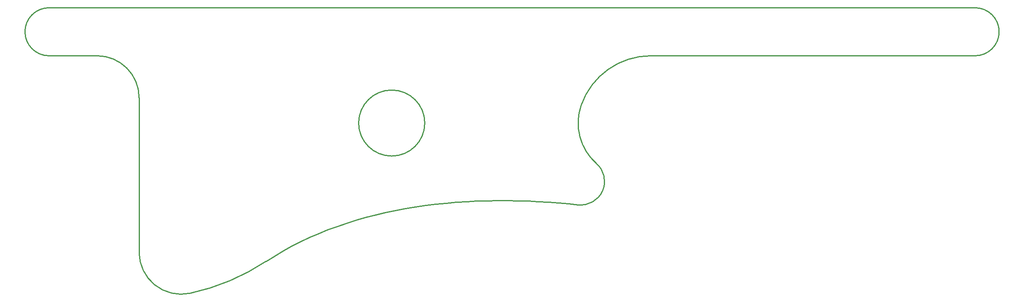
<source format=gbr>
%TF.GenerationSoftware,KiCad,Pcbnew,8.0.5*%
%TF.CreationDate,2025-02-04T15:21:29-08:00*%
%TF.ProjectId,MM36-Dash,4d4d3336-2d44-4617-9368-2e6b69636164,rev?*%
%TF.SameCoordinates,Original*%
%TF.FileFunction,Profile,NP*%
%FSLAX46Y46*%
G04 Gerber Fmt 4.6, Leading zero omitted, Abs format (unit mm)*
G04 Created by KiCad (PCBNEW 8.0.5) date 2025-02-04 15:21:29*
%MOMM*%
%LPD*%
G01*
G04 APERTURE LIST*
%TA.AperFunction,Profile*%
%ADD10C,0.250000*%
%TD*%
%ADD11C,0.250000*%
G04 APERTURE END LIST*
D10*
X235703976Y-128523576D02*
X304133696Y-128523576D01*
X220941864Y-139026582D02*
G75*
G02*
X235703976Y-128523628I14747436J-5102118D01*
G01*
X224197694Y-151348599D02*
G75*
G02*
X220941887Y-139026590I7546006J8584999D01*
G01*
X187928706Y-142763576D02*
G75*
G02*
X173958706Y-142763576I-6985000J0D01*
G01*
X173958706Y-142763576D02*
G75*
G02*
X187928706Y-142763576I6985000J0D01*
G01*
X127603706Y-137413576D02*
X127603706Y-170106676D01*
X127603696Y-137413576D02*
X127603706Y-137413576D01*
X304133696Y-118363576D02*
X108567147Y-118363576D01*
X154466197Y-171994422D02*
G75*
G02*
X138357685Y-178799042I-25894497J38830722D01*
G01*
X138357688Y-178799058D02*
G75*
G02*
X127603732Y-170106676I-1863988J8692358D01*
G01*
X108579996Y-128523576D02*
X118713696Y-128523576D01*
X118713696Y-128523576D02*
G75*
G02*
X127603724Y-137413576I4J-8890024D01*
G01*
D11*
X154466197Y-171994422D02*
X156210482Y-170873871D01*
X157993094Y-169811579D01*
X159812228Y-168806544D01*
X161666077Y-167857767D01*
X163552836Y-166964247D01*
X165470700Y-166124985D01*
X167417863Y-165338981D01*
X169392520Y-164605235D01*
X171392865Y-163922746D01*
X173417094Y-163290516D01*
X175463400Y-162707543D01*
X177529978Y-162172828D01*
X179615023Y-161685372D01*
X181716729Y-161244174D01*
X183833291Y-160848233D01*
X185962903Y-160496551D01*
X188103761Y-160188127D01*
X190254057Y-159921962D01*
X192411988Y-159697055D01*
X194575748Y-159512406D01*
X196743530Y-159367016D01*
X198913531Y-159259884D01*
X201083943Y-159190011D01*
X203252963Y-159156397D01*
X205418784Y-159158041D01*
X207579601Y-159193943D01*
X209733608Y-159263105D01*
X211879001Y-159364525D01*
X214013973Y-159497204D01*
X216136719Y-159660142D01*
X218245435Y-159852339D01*
X220338314Y-160072796D01*
D10*
X304133696Y-118363576D02*
G75*
G02*
X304133696Y-128523624I4J-5080024D01*
G01*
X108579996Y-128523576D02*
G75*
G02*
X108567147Y-118363580I4J5080006D01*
G01*
X224197694Y-151348599D02*
G75*
G02*
X220338315Y-160072790I-3300974J-3755471D01*
G01*
M02*

</source>
